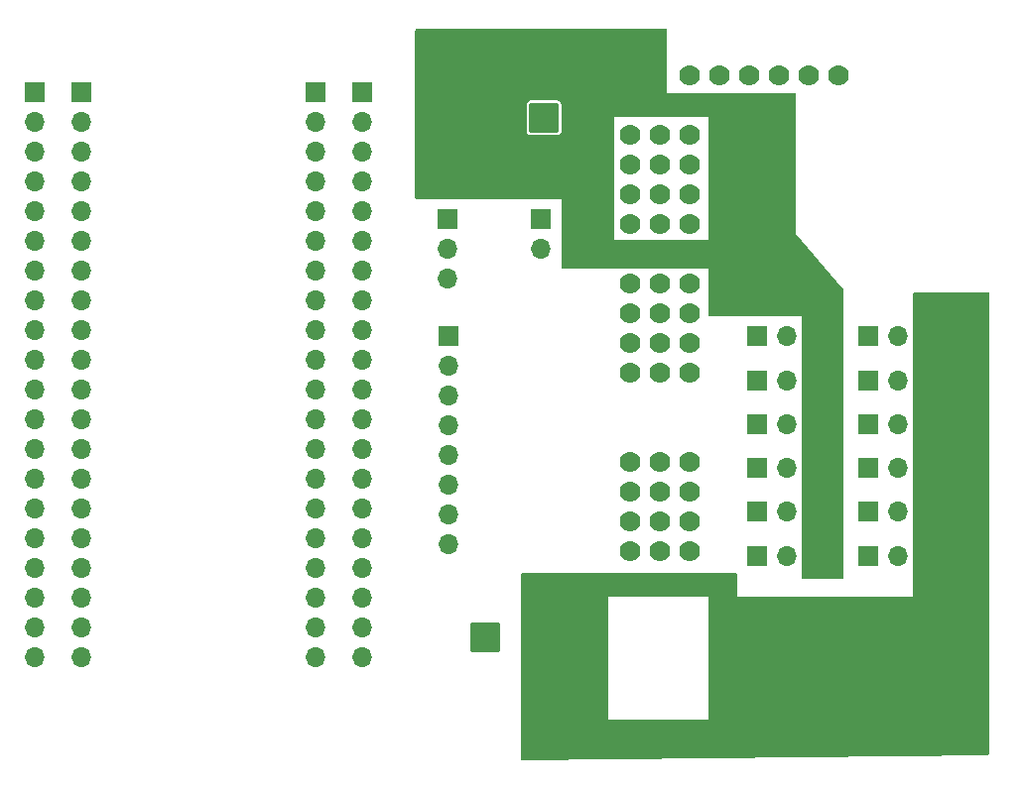
<source format=gbr>
%TF.GenerationSoftware,KiCad,Pcbnew,9.0.0*%
%TF.CreationDate,2025-03-26T16:26:24-04:00*%
%TF.ProjectId,spotmicro20mm,73706f74-6d69-4637-926f-32306d6d2e6b,rev?*%
%TF.SameCoordinates,Original*%
%TF.FileFunction,Copper,L2,Inr*%
%TF.FilePolarity,Positive*%
%FSLAX46Y46*%
G04 Gerber Fmt 4.6, Leading zero omitted, Abs format (unit mm)*
G04 Created by KiCad (PCBNEW 9.0.0) date 2025-03-26 16:26:24*
%MOMM*%
%LPD*%
G01*
G04 APERTURE LIST*
G04 Aperture macros list*
%AMRoundRect*
0 Rectangle with rounded corners*
0 $1 Rounding radius*
0 $2 $3 $4 $5 $6 $7 $8 $9 X,Y pos of 4 corners*
0 Add a 4 corners polygon primitive as box body*
4,1,4,$2,$3,$4,$5,$6,$7,$8,$9,$2,$3,0*
0 Add four circle primitives for the rounded corners*
1,1,$1+$1,$2,$3*
1,1,$1+$1,$4,$5*
1,1,$1+$1,$6,$7*
1,1,$1+$1,$8,$9*
0 Add four rect primitives between the rounded corners*
20,1,$1+$1,$2,$3,$4,$5,0*
20,1,$1+$1,$4,$5,$6,$7,0*
20,1,$1+$1,$6,$7,$8,$9,0*
20,1,$1+$1,$8,$9,$2,$3,0*%
G04 Aperture macros list end*
%TA.AperFunction,ComponentPad*%
%ADD10R,1.700000X1.700000*%
%TD*%
%TA.AperFunction,ComponentPad*%
%ADD11O,1.700000X1.700000*%
%TD*%
%TA.AperFunction,ComponentPad*%
%ADD12RoundRect,0.250000X1.050000X1.050000X-1.050000X1.050000X-1.050000X-1.050000X1.050000X-1.050000X0*%
%TD*%
%TA.AperFunction,ComponentPad*%
%ADD13C,2.600000*%
%TD*%
%TA.AperFunction,ComponentPad*%
%ADD14RoundRect,0.250000X-1.050000X-1.050000X1.050000X-1.050000X1.050000X1.050000X-1.050000X1.050000X0*%
%TD*%
%TA.AperFunction,ComponentPad*%
%ADD15C,1.778000*%
%TD*%
%TA.AperFunction,Conductor*%
%ADD16C,1.700000*%
%TD*%
G04 APERTURE END LIST*
D10*
%TO.N,/PWM-7*%
%TO.C,J9*%
X146170000Y-88000000D03*
D11*
%TO.N,/S2-PWR*%
X148710000Y-88000000D03*
%TO.N,/S2-GND*%
X151250000Y-88000000D03*
%TD*%
D10*
%TO.N,/ESP-32Pin*%
%TO.C,J14*%
X88500000Y-63360000D03*
D11*
X88500000Y-65900000D03*
X88500000Y-68440000D03*
X88500000Y-70980000D03*
X88500000Y-73520000D03*
X88500000Y-76060000D03*
X88500000Y-78600000D03*
X88500000Y-81140000D03*
X88500000Y-83680000D03*
X88500000Y-86220000D03*
X88500000Y-88760000D03*
X88500000Y-91300000D03*
X88500000Y-93840000D03*
X88500000Y-96380000D03*
X88500000Y-98920000D03*
X88500000Y-101460000D03*
X88500000Y-104000000D03*
X88500000Y-106540000D03*
X88500000Y-109080000D03*
X88500000Y-111620000D03*
%TD*%
D10*
%TO.N,/PWM-4*%
%TO.C,J6*%
X155670000Y-99250000D03*
D11*
%TO.N,/S1-PWR*%
X158210000Y-99250000D03*
%TO.N,/S1-GND*%
X160750000Y-99250000D03*
%TD*%
D10*
%TO.N,/Global SCL*%
%TO.C,J18*%
X127750000Y-74250000D03*
D11*
%TO.N,/Global SDA*%
X127750000Y-76790000D03*
%TD*%
D12*
%TO.N,/S2-PWR*%
%TO.C,J21*%
X127993453Y-65577500D03*
D13*
%TO.N,/S2-GND*%
X122993453Y-65577500D03*
%TD*%
D10*
%TO.N,/PWM-2*%
%TO.C,J4*%
X155670000Y-91750000D03*
D11*
%TO.N,/S1-PWR*%
X158210000Y-91750000D03*
%TO.N,/S1-GND*%
X160750000Y-91750000D03*
%TD*%
D10*
%TO.N,/ESP-32Pin*%
%TO.C,J17*%
X112500000Y-63400000D03*
D11*
X112500000Y-65940000D03*
X112500000Y-68480000D03*
X112500000Y-71020000D03*
X112500000Y-73560000D03*
X112500000Y-76100000D03*
X112500000Y-78640000D03*
X112500000Y-81180000D03*
X112500000Y-83720000D03*
X112500000Y-86260000D03*
X112500000Y-88800000D03*
X112500000Y-91340000D03*
X112500000Y-93880000D03*
X112500000Y-96420000D03*
X112500000Y-98960000D03*
X112500000Y-101500000D03*
X112500000Y-104040000D03*
X112500000Y-106580000D03*
X112500000Y-109120000D03*
X112500000Y-111660000D03*
%TD*%
D10*
%TO.N,/PWM-11*%
%TO.C,J13*%
X146170000Y-103000000D03*
D11*
%TO.N,/S2-PWR*%
X148710000Y-103000000D03*
%TO.N,/S2-GND*%
X151250000Y-103000000D03*
%TD*%
D10*
%TO.N,/PWM-1*%
%TO.C,J3*%
X155670000Y-88000000D03*
D11*
%TO.N,/S1-PWR*%
X158210000Y-88000000D03*
%TO.N,/S1-GND*%
X160750000Y-88000000D03*
%TD*%
D10*
%TO.N,/ESP-32Pin*%
%TO.C,J15*%
X108500000Y-63400000D03*
D11*
X108500000Y-65940000D03*
X108500000Y-68480000D03*
X108500000Y-71020000D03*
X108500000Y-73560000D03*
X108500000Y-76100000D03*
X108500000Y-78640000D03*
X108500000Y-81180000D03*
X108500000Y-83720000D03*
X108500000Y-86260000D03*
X108500000Y-88800000D03*
X108500000Y-91340000D03*
X108500000Y-93880000D03*
X108500000Y-96420000D03*
X108500000Y-98960000D03*
X108500000Y-101500000D03*
X108500000Y-104040000D03*
X108500000Y-106580000D03*
X108500000Y-109120000D03*
X108500000Y-111660000D03*
%TD*%
D10*
%TO.N,/PWM-9*%
%TO.C,J11*%
X146170000Y-95500000D03*
D11*
%TO.N,/S2-PWR*%
X148710000Y-95500000D03*
%TO.N,/S2-GND*%
X151250000Y-95500000D03*
%TD*%
D14*
%TO.N,/S1-PWR*%
%TO.C,J1*%
X123000000Y-110000000D03*
D13*
%TO.N,/S1-GND*%
X128000000Y-110000000D03*
%TD*%
D10*
%TO.N,/ESP-32Pin*%
%TO.C,J16*%
X84500000Y-63360000D03*
D11*
X84500000Y-65900000D03*
X84500000Y-68440000D03*
X84500000Y-70980000D03*
X84500000Y-73520000D03*
X84500000Y-76060000D03*
X84500000Y-78600000D03*
X84500000Y-81140000D03*
X84500000Y-83680000D03*
X84500000Y-86220000D03*
X84500000Y-88760000D03*
X84500000Y-91300000D03*
X84500000Y-93840000D03*
X84500000Y-96380000D03*
X84500000Y-98920000D03*
X84500000Y-101460000D03*
X84500000Y-104000000D03*
X84500000Y-106540000D03*
X84500000Y-109080000D03*
X84500000Y-111620000D03*
%TD*%
D10*
%TO.N,/PWM-6*%
%TO.C,J8*%
X146170000Y-84250000D03*
D11*
%TO.N,/S2-PWR*%
X148710000Y-84250000D03*
%TO.N,/S2-GND*%
X151250000Y-84250000D03*
%TD*%
D10*
%TO.N,/PWM-3*%
%TO.C,J5*%
X155670000Y-95500000D03*
D11*
%TO.N,/S1-PWR*%
X158210000Y-95500000D03*
%TO.N,/S1-GND*%
X160750000Y-95500000D03*
%TD*%
D10*
%TO.N,/PWM-8*%
%TO.C,J10*%
X146170000Y-91750000D03*
D11*
%TO.N,/S2-PWR*%
X148710000Y-91750000D03*
%TO.N,/S2-GND*%
X151250000Y-91750000D03*
%TD*%
D10*
%TO.N,/ESP32-3v3*%
%TO.C,J20*%
X119800000Y-84260000D03*
D11*
%TO.N,/ESP32-GND*%
X119800000Y-86800000D03*
%TO.N,/Global SCL*%
X119800000Y-89340000D03*
%TO.N,/Global SDA*%
X119800000Y-91880000D03*
%TO.N,unconnected-(J20-Pin_5-Pad5)*%
X119800000Y-94420000D03*
%TO.N,unconnected-(J20-Pin_6-Pad6)*%
X119800000Y-96960000D03*
%TO.N,unconnected-(J20-Pin_7-Pad7)*%
X119800000Y-99500000D03*
%TO.N,unconnected-(J20-Pin_8-Pad8)*%
X119800000Y-102040000D03*
%TD*%
D10*
%TO.N,/PWM-10*%
%TO.C,J12*%
X146170000Y-99250000D03*
D11*
%TO.N,/S2-PWR*%
X148710000Y-99250000D03*
%TO.N,/S2-GND*%
X151250000Y-99250000D03*
%TD*%
D10*
%TO.N,/ESP32-GND*%
%TO.C,J19*%
X119750000Y-74210000D03*
D11*
%TO.N,/ESP32-3v3*%
X119750000Y-76750000D03*
%TO.N,/ESP32-5v*%
X119750000Y-79290000D03*
%TD*%
D10*
%TO.N,/PWM-5*%
%TO.C,J7*%
X155670000Y-103000000D03*
D11*
%TO.N,/S1-PWR*%
X158210000Y-103000000D03*
%TO.N,/S1-GND*%
X160750000Y-103000000D03*
%TD*%
D15*
%TO.N,/PWM-0*%
%TO.C,U2*%
X140440000Y-67050000D03*
%TO.N,/PWM-1*%
X140440000Y-69590000D03*
%TO.N,/PWM-2*%
X140440000Y-72130000D03*
%TO.N,/PWM-3*%
X140440000Y-74670000D03*
%TO.N,/PWM-4*%
X140440000Y-79750000D03*
%TO.N,/PWM-5*%
X140440000Y-82290000D03*
%TO.N,/PWM-6*%
X140440000Y-84830000D03*
%TO.N,/PWM-7*%
X140440000Y-87370000D03*
%TO.N,/PWM-8*%
X140440000Y-94990000D03*
%TO.N,/PWM-9*%
X140440000Y-97530000D03*
%TO.N,/PWM-10*%
X140440000Y-100070000D03*
%TO.N,/PWM-11*%
X140440000Y-102610000D03*
%TO.N,/ESP32-GND*%
X153140000Y-61970000D03*
%TO.N,N/C*%
X135360000Y-67050000D03*
X135360000Y-69590000D03*
X135360000Y-72130000D03*
X135360000Y-74670000D03*
X135360000Y-79750000D03*
X135360000Y-82290000D03*
X135360000Y-84830000D03*
X135360000Y-87370000D03*
X135360000Y-94990000D03*
X135360000Y-97530000D03*
X135360000Y-100070000D03*
X135360000Y-102610000D03*
X150600000Y-61970000D03*
%TO.N,/Global SCL*%
X148060000Y-61970000D03*
%TO.N,/Global SDA*%
X145520000Y-61970000D03*
%TO.N,unconnected-(U2-V+-PadV+_1)*%
X140440000Y-61970000D03*
%TO.N,N/C*%
X137900000Y-67050000D03*
X137900000Y-69590000D03*
X137900000Y-72130000D03*
X137900000Y-74670000D03*
X137900000Y-79750000D03*
X137900000Y-82290000D03*
X137900000Y-84830000D03*
X137900000Y-87370000D03*
X137900000Y-94990000D03*
X137900000Y-97530000D03*
X137900000Y-100070000D03*
X137900000Y-102610000D03*
%TO.N,/ESP32-5v*%
X142980000Y-61970000D03*
%TD*%
D10*
%TO.N,/PWM-0*%
%TO.C,J2*%
X155670000Y-84250000D03*
D11*
%TO.N,/S1-PWR*%
X158210000Y-84250000D03*
%TO.N,/S1-GND*%
X160750000Y-84250000D03*
%TD*%
D16*
%TO.N,/S1-GND*%
X160750000Y-103000000D02*
X160750000Y-95500000D01*
X128000000Y-110000000D02*
X128000000Y-115000000D01*
X160750000Y-110750000D02*
X160750000Y-103000000D01*
X128000000Y-115000000D02*
X131500000Y-118500000D01*
X160750000Y-103000000D02*
X160750000Y-99250000D01*
X131500000Y-118500000D02*
X153000000Y-118500000D01*
X160750000Y-84250000D02*
X160750000Y-88000000D01*
X160750000Y-91750000D02*
X160750000Y-95500000D01*
X153000000Y-118500000D02*
X160750000Y-110750000D01*
X160750000Y-91750000D02*
X160750000Y-88000000D01*
%TO.N,/S2-GND*%
X151250000Y-91750000D02*
X151250000Y-95500000D01*
X142500000Y-64500000D02*
X146500000Y-68500000D01*
X133000000Y-61000000D02*
X136500000Y-64500000D01*
X147000000Y-78500000D02*
X149500000Y-78500000D01*
X151250000Y-95500000D02*
X151250000Y-99250000D01*
X151250000Y-99250000D02*
X151250000Y-103000000D01*
X125000000Y-61000000D02*
X133000000Y-61000000D01*
X151250000Y-88000000D02*
X151250000Y-91750000D01*
X151250000Y-84250000D02*
X151250000Y-88000000D01*
X122993453Y-63006547D02*
X125000000Y-61000000D01*
X122993453Y-65577500D02*
X122993453Y-63006547D01*
X146500000Y-78000000D02*
X147000000Y-78500000D01*
X146500000Y-68500000D02*
X146500000Y-78000000D01*
X149500000Y-78500000D02*
X151250000Y-80250000D01*
X151250000Y-80250000D02*
X151250000Y-84250000D01*
X136500000Y-64500000D02*
X142500000Y-64500000D01*
%TD*%
%TA.AperFunction,Conductor*%
%TO.N,/S2-GND*%
G36*
X134000000Y-76000000D02*
G01*
X142000000Y-76000000D01*
X142000000Y-78500000D01*
X129624000Y-78500000D01*
X129556961Y-78480315D01*
X129511206Y-78427511D01*
X129500000Y-78376000D01*
X129500000Y-72500000D01*
X134000000Y-72500000D01*
X134000000Y-76000000D01*
G37*
%TD.AperFunction*%
%TD*%
%TA.AperFunction,Conductor*%
%TO.N,/S2-GND*%
G36*
X138443039Y-58019685D02*
G01*
X138488794Y-58072489D01*
X138500000Y-58124000D01*
X138500000Y-63500000D01*
X149376000Y-63500000D01*
X149443039Y-63519685D01*
X149488794Y-63572489D01*
X149500000Y-63624000D01*
X149500000Y-71657949D01*
X149499684Y-71666789D01*
X149495024Y-71731977D01*
X149495024Y-71731992D01*
X149495047Y-72269008D01*
X149499684Y-72333789D01*
X149500000Y-72342641D01*
X149500000Y-75500000D01*
X153470148Y-80131839D01*
X153498831Y-80195549D01*
X153500000Y-80212536D01*
X153500000Y-104876000D01*
X153480315Y-104943039D01*
X153427511Y-104988794D01*
X153376000Y-105000000D01*
X150124000Y-105000000D01*
X150056961Y-104980315D01*
X150011206Y-104927511D01*
X150000000Y-104876000D01*
X150000000Y-82500000D01*
X142124000Y-82500000D01*
X142056961Y-82480315D01*
X142011206Y-82427511D01*
X142000000Y-82376000D01*
X142000000Y-78500000D01*
X142000000Y-65500000D01*
X134000000Y-65500000D01*
X134000000Y-72500000D01*
X117124000Y-72500000D01*
X117056961Y-72480315D01*
X117011206Y-72427511D01*
X117000000Y-72376000D01*
X117000000Y-64473230D01*
X126492953Y-64473230D01*
X126492953Y-66681769D01*
X126495806Y-66712199D01*
X126495806Y-66712201D01*
X126524736Y-66794875D01*
X126540660Y-66840382D01*
X126621303Y-66949650D01*
X126730571Y-67030293D01*
X126773298Y-67045244D01*
X126858752Y-67075146D01*
X126889183Y-67078000D01*
X126889187Y-67078000D01*
X129097723Y-67078000D01*
X129128152Y-67075146D01*
X129128154Y-67075146D01*
X129192243Y-67052719D01*
X129256335Y-67030293D01*
X129365603Y-66949650D01*
X129446246Y-66840382D01*
X129468672Y-66776290D01*
X129491099Y-66712201D01*
X129491099Y-66712199D01*
X129493953Y-66681769D01*
X129493953Y-64473230D01*
X129491099Y-64442800D01*
X129491099Y-64442798D01*
X129446246Y-64314619D01*
X129446245Y-64314617D01*
X129365603Y-64205350D01*
X129256335Y-64124707D01*
X129256333Y-64124706D01*
X129128153Y-64079853D01*
X129097723Y-64077000D01*
X129097719Y-64077000D01*
X126889187Y-64077000D01*
X126889183Y-64077000D01*
X126858753Y-64079853D01*
X126858751Y-64079853D01*
X126730572Y-64124706D01*
X126730570Y-64124707D01*
X126621303Y-64205350D01*
X126540660Y-64314617D01*
X126540659Y-64314619D01*
X126495806Y-64442798D01*
X126495806Y-64442800D01*
X126492953Y-64473230D01*
X117000000Y-64473230D01*
X117000000Y-58124000D01*
X117019685Y-58056961D01*
X117072489Y-58011206D01*
X117124000Y-58000000D01*
X138376000Y-58000000D01*
X138443039Y-58019685D01*
G37*
%TD.AperFunction*%
%TD*%
%TA.AperFunction,Conductor*%
%TO.N,/S1-GND*%
G36*
X144443039Y-104519685D02*
G01*
X144488794Y-104572489D01*
X144500000Y-104624000D01*
X144500000Y-106500000D01*
X133500000Y-106500000D01*
X133500000Y-104500000D01*
X144376000Y-104500000D01*
X144443039Y-104519685D01*
G37*
%TD.AperFunction*%
%TD*%
%TA.AperFunction,Conductor*%
%TO.N,/S1-GND*%
G36*
X165943039Y-80519685D02*
G01*
X165988794Y-80572489D01*
X166000000Y-80624000D01*
X166000000Y-119877433D01*
X165980315Y-119944472D01*
X165927511Y-119990227D01*
X165877442Y-120001425D01*
X126125442Y-120463658D01*
X126058178Y-120444754D01*
X126011812Y-120392485D01*
X126000000Y-120339666D01*
X126000000Y-104624000D01*
X126019685Y-104556961D01*
X126072489Y-104511206D01*
X126124000Y-104500000D01*
X133500000Y-104500000D01*
X133500000Y-117000000D01*
X142000000Y-117000000D01*
X142000000Y-106500000D01*
X159500000Y-106500000D01*
X159500000Y-80624000D01*
X159519685Y-80556961D01*
X159572489Y-80511206D01*
X159624000Y-80500000D01*
X165876000Y-80500000D01*
X165943039Y-80519685D01*
G37*
%TD.AperFunction*%
%TD*%
M02*

</source>
